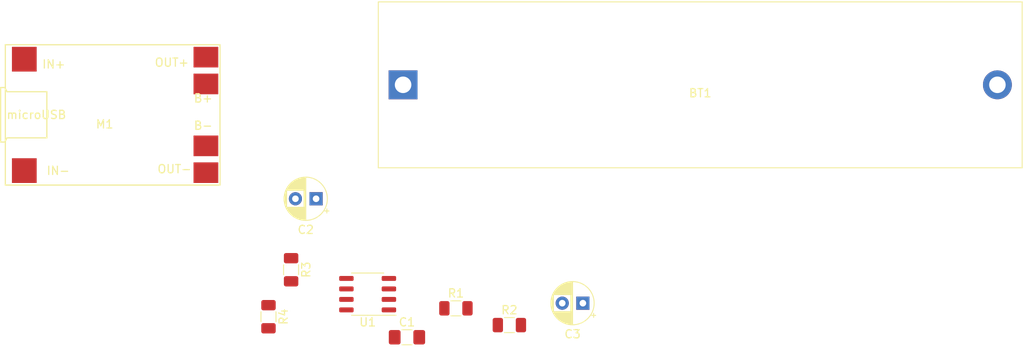
<source format=kicad_pcb>
(kicad_pcb (version 20171130) (host pcbnew 5.1.4-e60b266~84~ubuntu19.04.1)

  (general
    (thickness 1.6)
    (drawings 0)
    (tracks 0)
    (zones 0)
    (modules 10)
    (nets 9)
  )

  (page A4)
  (layers
    (0 F.Cu signal)
    (31 B.Cu signal)
    (32 B.Adhes user)
    (33 F.Adhes user)
    (34 B.Paste user)
    (35 F.Paste user)
    (36 B.SilkS user)
    (37 F.SilkS user)
    (38 B.Mask user)
    (39 F.Mask user)
    (40 Dwgs.User user)
    (41 Cmts.User user)
    (42 Eco1.User user)
    (43 Eco2.User user)
    (44 Edge.Cuts user)
    (45 Margin user)
    (46 B.CrtYd user)
    (47 F.CrtYd user)
    (48 B.Fab user)
    (49 F.Fab user)
  )

  (setup
    (last_trace_width 0.25)
    (trace_clearance 0.2)
    (zone_clearance 0.508)
    (zone_45_only no)
    (trace_min 0.2)
    (via_size 0.8)
    (via_drill 0.4)
    (via_min_size 0.4)
    (via_min_drill 0.3)
    (uvia_size 0.3)
    (uvia_drill 0.1)
    (uvias_allowed no)
    (uvia_min_size 0.2)
    (uvia_min_drill 0.1)
    (edge_width 0.05)
    (segment_width 0.2)
    (pcb_text_width 0.3)
    (pcb_text_size 1.5 1.5)
    (mod_edge_width 0.12)
    (mod_text_size 1 1)
    (mod_text_width 0.15)
    (pad_size 1.524 1.524)
    (pad_drill 0.762)
    (pad_to_mask_clearance 0.051)
    (solder_mask_min_width 0.25)
    (aux_axis_origin 0 0)
    (visible_elements FFFFFF7F)
    (pcbplotparams
      (layerselection 0x010fc_ffffffff)
      (usegerberextensions false)
      (usegerberattributes false)
      (usegerberadvancedattributes false)
      (creategerberjobfile false)
      (excludeedgelayer true)
      (linewidth 0.100000)
      (plotframeref false)
      (viasonmask false)
      (mode 1)
      (useauxorigin false)
      (hpglpennumber 1)
      (hpglpenspeed 20)
      (hpglpendiameter 15.000000)
      (psnegative false)
      (psa4output false)
      (plotreference true)
      (plotvalue true)
      (plotinvisibletext false)
      (padsonsilk false)
      (subtractmaskfromsilk false)
      (outputformat 1)
      (mirror false)
      (drillshape 1)
      (scaleselection 1)
      (outputdirectory ""))
  )

  (net 0 "")
  (net 1 "Net-(BT1-Pad1)")
  (net 2 "Net-(BT1-Pad2)")
  (net 3 "Net-(C1-Pad2)")
  (net 4 "Net-(C1-Pad1)")
  (net 5 "Net-(C2-Pad2)")
  (net 6 "Net-(C2-Pad1)")
  (net 7 "Net-(R1-Pad2)")
  (net 8 ADC)

  (net_class Default "This is the default net class."
    (clearance 0.2)
    (trace_width 0.25)
    (via_dia 0.8)
    (via_drill 0.4)
    (uvia_dia 0.3)
    (uvia_drill 0.1)
    (add_net ADC)
    (add_net "Net-(BT1-Pad1)")
    (add_net "Net-(BT1-Pad2)")
    (add_net "Net-(C1-Pad1)")
    (add_net "Net-(C1-Pad2)")
    (add_net "Net-(C2-Pad1)")
    (add_net "Net-(C2-Pad2)")
    (add_net "Net-(M1-Pad1)")
    (add_net "Net-(M1-Pad2)")
    (add_net "Net-(R1-Pad2)")
  )

  (module Package_SO:SO-8_3.9x4.9mm_P1.27mm (layer F.Cu) (tedit 5C509AD1) (tstamp 5D66DE3F)
    (at 57.6326 77.6478 180)
    (descr "SO, 8 Pin (https://www.nxp.com/docs/en/data-sheet/PCF8523.pdf), generated with kicad-footprint-generator ipc_gullwing_generator.py")
    (tags "SO SO")
    (path /5D66AE48)
    (attr smd)
    (fp_text reference U1 (at 0 -3.4) (layer F.SilkS)
      (effects (font (size 1 1) (thickness 0.15)))
    )
    (fp_text value LT1963 (at 0 3.4) (layer F.Fab)
      (effects (font (size 1 1) (thickness 0.15)))
    )
    (fp_text user %R (at 0 0) (layer F.Fab)
      (effects (font (size 0.98 0.98) (thickness 0.15)))
    )
    (fp_line (start 3.7 -2.7) (end -3.7 -2.7) (layer F.CrtYd) (width 0.05))
    (fp_line (start 3.7 2.7) (end 3.7 -2.7) (layer F.CrtYd) (width 0.05))
    (fp_line (start -3.7 2.7) (end 3.7 2.7) (layer F.CrtYd) (width 0.05))
    (fp_line (start -3.7 -2.7) (end -3.7 2.7) (layer F.CrtYd) (width 0.05))
    (fp_line (start -1.95 -1.475) (end -0.975 -2.45) (layer F.Fab) (width 0.1))
    (fp_line (start -1.95 2.45) (end -1.95 -1.475) (layer F.Fab) (width 0.1))
    (fp_line (start 1.95 2.45) (end -1.95 2.45) (layer F.Fab) (width 0.1))
    (fp_line (start 1.95 -2.45) (end 1.95 2.45) (layer F.Fab) (width 0.1))
    (fp_line (start -0.975 -2.45) (end 1.95 -2.45) (layer F.Fab) (width 0.1))
    (fp_line (start 0 -2.56) (end -3.45 -2.56) (layer F.SilkS) (width 0.12))
    (fp_line (start 0 -2.56) (end 1.95 -2.56) (layer F.SilkS) (width 0.12))
    (fp_line (start 0 2.56) (end -1.95 2.56) (layer F.SilkS) (width 0.12))
    (fp_line (start 0 2.56) (end 1.95 2.56) (layer F.SilkS) (width 0.12))
    (pad 8 smd roundrect (at 2.575 -1.905 180) (size 1.75 0.6) (layers F.Cu F.Paste F.Mask) (roundrect_rratio 0.25)
      (net 6 "Net-(C2-Pad1)"))
    (pad 7 smd roundrect (at 2.575 -0.635 180) (size 1.75 0.6) (layers F.Cu F.Paste F.Mask) (roundrect_rratio 0.25)
      (net 5 "Net-(C2-Pad2)"))
    (pad 6 smd roundrect (at 2.575 0.635 180) (size 1.75 0.6) (layers F.Cu F.Paste F.Mask) (roundrect_rratio 0.25)
      (net 5 "Net-(C2-Pad2)"))
    (pad 5 smd roundrect (at 2.575 1.905 180) (size 1.75 0.6) (layers F.Cu F.Paste F.Mask) (roundrect_rratio 0.25)
      (net 6 "Net-(C2-Pad1)"))
    (pad 4 smd roundrect (at -2.575 1.905 180) (size 1.75 0.6) (layers F.Cu F.Paste F.Mask) (roundrect_rratio 0.25)
      (net 5 "Net-(C2-Pad2)"))
    (pad 3 smd roundrect (at -2.575 0.635 180) (size 1.75 0.6) (layers F.Cu F.Paste F.Mask) (roundrect_rratio 0.25)
      (net 3 "Net-(C1-Pad2)"))
    (pad 2 smd roundrect (at -2.575 -0.635 180) (size 1.75 0.6) (layers F.Cu F.Paste F.Mask) (roundrect_rratio 0.25)
      (net 7 "Net-(R1-Pad2)"))
    (pad 1 smd roundrect (at -2.575 -1.905 180) (size 1.75 0.6) (layers F.Cu F.Paste F.Mask) (roundrect_rratio 0.25)
      (net 4 "Net-(C1-Pad1)"))
    (model ${KISYS3DMOD}/Package_SO.3dshapes/SO-8_3.9x4.9mm_P1.27mm.wrl
      (at (xyz 0 0 0))
      (scale (xyz 1 1 1))
      (rotate (xyz 0 0 0))
    )
  )

  (module Resistor_SMD:R_1206_3216Metric (layer F.Cu) (tedit 5B301BBD) (tstamp 5D66DE25)
    (at 45.6184 80.3813 270)
    (descr "Resistor SMD 1206 (3216 Metric), square (rectangular) end terminal, IPC_7351 nominal, (Body size source: http://www.tortai-tech.com/upload/download/2011102023233369053.pdf), generated with kicad-footprint-generator")
    (tags resistor)
    (path /5D68063C)
    (attr smd)
    (fp_text reference R4 (at 0 -1.82 90) (layer F.SilkS)
      (effects (font (size 1 1) (thickness 0.15)))
    )
    (fp_text value R (at 0 1.82 90) (layer F.Fab)
      (effects (font (size 1 1) (thickness 0.15)))
    )
    (fp_text user %R (at 0 0 90) (layer F.Fab)
      (effects (font (size 0.8 0.8) (thickness 0.12)))
    )
    (fp_line (start 2.28 1.12) (end -2.28 1.12) (layer F.CrtYd) (width 0.05))
    (fp_line (start 2.28 -1.12) (end 2.28 1.12) (layer F.CrtYd) (width 0.05))
    (fp_line (start -2.28 -1.12) (end 2.28 -1.12) (layer F.CrtYd) (width 0.05))
    (fp_line (start -2.28 1.12) (end -2.28 -1.12) (layer F.CrtYd) (width 0.05))
    (fp_line (start -0.602064 0.91) (end 0.602064 0.91) (layer F.SilkS) (width 0.12))
    (fp_line (start -0.602064 -0.91) (end 0.602064 -0.91) (layer F.SilkS) (width 0.12))
    (fp_line (start 1.6 0.8) (end -1.6 0.8) (layer F.Fab) (width 0.1))
    (fp_line (start 1.6 -0.8) (end 1.6 0.8) (layer F.Fab) (width 0.1))
    (fp_line (start -1.6 -0.8) (end 1.6 -0.8) (layer F.Fab) (width 0.1))
    (fp_line (start -1.6 0.8) (end -1.6 -0.8) (layer F.Fab) (width 0.1))
    (pad 2 smd roundrect (at 1.4 0 270) (size 1.25 1.75) (layers F.Cu F.Paste F.Mask) (roundrect_rratio 0.2)
      (net 5 "Net-(C2-Pad2)"))
    (pad 1 smd roundrect (at -1.4 0 270) (size 1.25 1.75) (layers F.Cu F.Paste F.Mask) (roundrect_rratio 0.2)
      (net 8 ADC))
    (model ${KISYS3DMOD}/Resistor_SMD.3dshapes/R_1206_3216Metric.wrl
      (at (xyz 0 0 0))
      (scale (xyz 1 1 1))
      (rotate (xyz 0 0 0))
    )
  )

  (module Resistor_SMD:R_1206_3216Metric (layer F.Cu) (tedit 5B301BBD) (tstamp 5D66DE14)
    (at 48.3586 74.6887 270)
    (descr "Resistor SMD 1206 (3216 Metric), square (rectangular) end terminal, IPC_7351 nominal, (Body size source: http://www.tortai-tech.com/upload/download/2011102023233369053.pdf), generated with kicad-footprint-generator")
    (tags resistor)
    (path /5D68000D)
    (attr smd)
    (fp_text reference R3 (at 0 -1.82 90) (layer F.SilkS)
      (effects (font (size 1 1) (thickness 0.15)))
    )
    (fp_text value R (at 0 1.82 90) (layer F.Fab)
      (effects (font (size 1 1) (thickness 0.15)))
    )
    (fp_text user %R (at 0 0 90) (layer F.Fab)
      (effects (font (size 0.8 0.8) (thickness 0.12)))
    )
    (fp_line (start 2.28 1.12) (end -2.28 1.12) (layer F.CrtYd) (width 0.05))
    (fp_line (start 2.28 -1.12) (end 2.28 1.12) (layer F.CrtYd) (width 0.05))
    (fp_line (start -2.28 -1.12) (end 2.28 -1.12) (layer F.CrtYd) (width 0.05))
    (fp_line (start -2.28 1.12) (end -2.28 -1.12) (layer F.CrtYd) (width 0.05))
    (fp_line (start -0.602064 0.91) (end 0.602064 0.91) (layer F.SilkS) (width 0.12))
    (fp_line (start -0.602064 -0.91) (end 0.602064 -0.91) (layer F.SilkS) (width 0.12))
    (fp_line (start 1.6 0.8) (end -1.6 0.8) (layer F.Fab) (width 0.1))
    (fp_line (start 1.6 -0.8) (end 1.6 0.8) (layer F.Fab) (width 0.1))
    (fp_line (start -1.6 -0.8) (end 1.6 -0.8) (layer F.Fab) (width 0.1))
    (fp_line (start -1.6 0.8) (end -1.6 -0.8) (layer F.Fab) (width 0.1))
    (pad 2 smd roundrect (at 1.4 0 270) (size 1.25 1.75) (layers F.Cu F.Paste F.Mask) (roundrect_rratio 0.2)
      (net 8 ADC))
    (pad 1 smd roundrect (at -1.4 0 270) (size 1.25 1.75) (layers F.Cu F.Paste F.Mask) (roundrect_rratio 0.2)
      (net 6 "Net-(C2-Pad1)"))
    (model ${KISYS3DMOD}/Resistor_SMD.3dshapes/R_1206_3216Metric.wrl
      (at (xyz 0 0 0))
      (scale (xyz 1 1 1))
      (rotate (xyz 0 0 0))
    )
  )

  (module Resistor_SMD:R_1206_3216Metric (layer F.Cu) (tedit 5B301BBD) (tstamp 5D66DE03)
    (at 74.803 81.3943)
    (descr "Resistor SMD 1206 (3216 Metric), square (rectangular) end terminal, IPC_7351 nominal, (Body size source: http://www.tortai-tech.com/upload/download/2011102023233369053.pdf), generated with kicad-footprint-generator")
    (tags resistor)
    (path /5D66DD1B)
    (attr smd)
    (fp_text reference R2 (at 0 -1.82) (layer F.SilkS)
      (effects (font (size 1 1) (thickness 0.15)))
    )
    (fp_text value 680k (at 0 1.82) (layer F.Fab)
      (effects (font (size 1 1) (thickness 0.15)))
    )
    (fp_text user %R (at 0 0) (layer F.Fab)
      (effects (font (size 0.8 0.8) (thickness 0.12)))
    )
    (fp_line (start 2.28 1.12) (end -2.28 1.12) (layer F.CrtYd) (width 0.05))
    (fp_line (start 2.28 -1.12) (end 2.28 1.12) (layer F.CrtYd) (width 0.05))
    (fp_line (start -2.28 -1.12) (end 2.28 -1.12) (layer F.CrtYd) (width 0.05))
    (fp_line (start -2.28 1.12) (end -2.28 -1.12) (layer F.CrtYd) (width 0.05))
    (fp_line (start -0.602064 0.91) (end 0.602064 0.91) (layer F.SilkS) (width 0.12))
    (fp_line (start -0.602064 -0.91) (end 0.602064 -0.91) (layer F.SilkS) (width 0.12))
    (fp_line (start 1.6 0.8) (end -1.6 0.8) (layer F.Fab) (width 0.1))
    (fp_line (start 1.6 -0.8) (end 1.6 0.8) (layer F.Fab) (width 0.1))
    (fp_line (start -1.6 -0.8) (end 1.6 -0.8) (layer F.Fab) (width 0.1))
    (fp_line (start -1.6 0.8) (end -1.6 -0.8) (layer F.Fab) (width 0.1))
    (pad 2 smd roundrect (at 1.4 0) (size 1.25 1.75) (layers F.Cu F.Paste F.Mask) (roundrect_rratio 0.2)
      (net 5 "Net-(C2-Pad2)"))
    (pad 1 smd roundrect (at -1.4 0) (size 1.25 1.75) (layers F.Cu F.Paste F.Mask) (roundrect_rratio 0.2)
      (net 7 "Net-(R1-Pad2)"))
    (model ${KISYS3DMOD}/Resistor_SMD.3dshapes/R_1206_3216Metric.wrl
      (at (xyz 0 0 0))
      (scale (xyz 1 1 1))
      (rotate (xyz 0 0 0))
    )
  )

  (module Resistor_SMD:R_1206_3216Metric (layer F.Cu) (tedit 5B301BBD) (tstamp 5D66DDF2)
    (at 68.326 79.3623)
    (descr "Resistor SMD 1206 (3216 Metric), square (rectangular) end terminal, IPC_7351 nominal, (Body size source: http://www.tortai-tech.com/upload/download/2011102023233369053.pdf), generated with kicad-footprint-generator")
    (tags resistor)
    (path /5D66D87C)
    (attr smd)
    (fp_text reference R1 (at 0 -1.82) (layer F.SilkS)
      (effects (font (size 1 1) (thickness 0.15)))
    )
    (fp_text value 1M (at 0 1.82) (layer F.Fab)
      (effects (font (size 1 1) (thickness 0.15)))
    )
    (fp_text user %R (at 0 0) (layer F.Fab)
      (effects (font (size 0.8 0.8) (thickness 0.12)))
    )
    (fp_line (start 2.28 1.12) (end -2.28 1.12) (layer F.CrtYd) (width 0.05))
    (fp_line (start 2.28 -1.12) (end 2.28 1.12) (layer F.CrtYd) (width 0.05))
    (fp_line (start -2.28 -1.12) (end 2.28 -1.12) (layer F.CrtYd) (width 0.05))
    (fp_line (start -2.28 1.12) (end -2.28 -1.12) (layer F.CrtYd) (width 0.05))
    (fp_line (start -0.602064 0.91) (end 0.602064 0.91) (layer F.SilkS) (width 0.12))
    (fp_line (start -0.602064 -0.91) (end 0.602064 -0.91) (layer F.SilkS) (width 0.12))
    (fp_line (start 1.6 0.8) (end -1.6 0.8) (layer F.Fab) (width 0.1))
    (fp_line (start 1.6 -0.8) (end 1.6 0.8) (layer F.Fab) (width 0.1))
    (fp_line (start -1.6 -0.8) (end 1.6 -0.8) (layer F.Fab) (width 0.1))
    (fp_line (start -1.6 0.8) (end -1.6 -0.8) (layer F.Fab) (width 0.1))
    (pad 2 smd roundrect (at 1.4 0) (size 1.25 1.75) (layers F.Cu F.Paste F.Mask) (roundrect_rratio 0.2)
      (net 7 "Net-(R1-Pad2)"))
    (pad 1 smd roundrect (at -1.4 0) (size 1.25 1.75) (layers F.Cu F.Paste F.Mask) (roundrect_rratio 0.2)
      (net 4 "Net-(C1-Pad1)"))
    (model ${KISYS3DMOD}/Resistor_SMD.3dshapes/R_1206_3216Metric.wrl
      (at (xyz 0 0 0))
      (scale (xyz 1 1 1))
      (rotate (xyz 0 0 0))
    )
  )

  (module footprints:TP4056_Module (layer F.Cu) (tedit 5D668BE0) (tstamp 5D66DDE1)
    (at 27.0383 55.9308)
    (path /5D68A11D)
    (fp_text reference M1 (at -1.266 1.13) (layer F.SilkS)
      (effects (font (size 1 1) (thickness 0.15)))
    )
    (fp_text value TP4056Module (at 0.66 -3.46) (layer F.Fab)
      (effects (font (size 1 1) (thickness 0.15)))
    )
    (fp_line (start -13.29 8.5) (end 12.7 8.5) (layer F.SilkS) (width 0.15))
    (fp_line (start -13.3 -8.5) (end 12.7 -8.5) (layer F.SilkS) (width 0.15))
    (fp_line (start -13.87 3.26) (end -13.87 -3.29) (layer F.SilkS) (width 0.15))
    (fp_text user microUSB (at -9.538 -0.014 180) (layer F.SilkS)
      (effects (font (size 1 1) (thickness 0.15)))
    )
    (fp_line (start -13.856 3.288) (end -13.348 3.288) (layer F.SilkS) (width 0.15))
    (fp_line (start -13.348 3.288) (end -13.094 2.78) (layer F.SilkS) (width 0.15))
    (fp_line (start -13.094 2.78) (end -12.84 2.78) (layer F.SilkS) (width 0.15))
    (fp_line (start -13.856 -3.316) (end -13.348 -3.316) (layer F.SilkS) (width 0.15))
    (fp_line (start -13.348 -3.316) (end -13.094 -2.808) (layer F.SilkS) (width 0.15))
    (fp_line (start -13.094 -2.808) (end -8.268 -2.808) (layer F.SilkS) (width 0.15))
    (fp_line (start -8.268 -2.808) (end -8.268 2.78) (layer F.SilkS) (width 0.15))
    (fp_line (start -8.268 2.78) (end -12.84 2.78) (layer F.SilkS) (width 0.15))
    (fp_text user B- (at 10.674 1.29) (layer F.SilkS)
      (effects (font (size 1 1) (thickness 0.15)))
    )
    (fp_text user B+ (at 10.674 -2.012) (layer F.SilkS)
      (effects (font (size 1 1) (thickness 0.15)))
    )
    (fp_text user OUT- (at 7.19 6.556) (layer F.SilkS)
      (effects (font (size 1 1) (thickness 0.15)))
    )
    (fp_text user OUT+ (at 6.87 -6.348) (layer F.SilkS)
      (effects (font (size 1 1) (thickness 0.15)))
    )
    (fp_text user IN- (at -6.9 6.76) (layer F.SilkS)
      (effects (font (size 1 1) (thickness 0.15)))
    )
    (fp_text user IN+ (at -7.43 -6.13) (layer F.SilkS)
      (effects (font (size 1 1) (thickness 0.15)))
    )
    (fp_line (start -13.296 8.5) (end -13.296 -8.5) (layer F.SilkS) (width 0.15))
    (fp_line (start 12.706 -8.5) (end 12.706 8.5) (layer F.SilkS) (width 0.15))
    (pad 1 smd rect (at -11 -6.75) (size 3 3) (layers F.Cu F.Paste F.Mask))
    (pad 2 smd rect (at -11 6.75) (size 3 3) (layers F.Cu F.Paste F.Mask))
    (pad 6 smd rect (at 11 7) (size 3 2.5) (layers F.Cu F.Paste F.Mask)
      (net 5 "Net-(C2-Pad2)"))
    (pad 5 smd rect (at 11 -7) (size 3 2.5) (layers F.Cu F.Paste F.Mask)
      (net 6 "Net-(C2-Pad1)"))
    (pad 3 smd rect (at 11 -3.75) (size 3 2.5) (layers F.Cu F.Paste F.Mask)
      (net 1 "Net-(BT1-Pad1)"))
    (pad 4 smd rect (at 11 3.75) (size 3 2.5) (layers F.Cu F.Paste F.Mask)
      (net 2 "Net-(BT1-Pad2)"))
  )

  (module Capacitor_THT:CP_Radial_D5.0mm_P2.50mm (layer F.Cu) (tedit 5AE50EF0) (tstamp 5D66DDC3)
    (at 83.7057 78.74 180)
    (descr "CP, Radial series, Radial, pin pitch=2.50mm, , diameter=5mm, Electrolytic Capacitor")
    (tags "CP Radial series Radial pin pitch 2.50mm  diameter 5mm Electrolytic Capacitor")
    (path /5D66F7C0)
    (fp_text reference C3 (at 1.25 -3.75) (layer F.SilkS)
      (effects (font (size 1 1) (thickness 0.15)))
    )
    (fp_text value 10u (at 1.25 3.75) (layer F.Fab)
      (effects (font (size 1 1) (thickness 0.15)))
    )
    (fp_text user %R (at 1.25 0) (layer F.Fab)
      (effects (font (size 1 1) (thickness 0.15)))
    )
    (fp_line (start -1.304775 -1.725) (end -1.304775 -1.225) (layer F.SilkS) (width 0.12))
    (fp_line (start -1.554775 -1.475) (end -1.054775 -1.475) (layer F.SilkS) (width 0.12))
    (fp_line (start 3.851 -0.284) (end 3.851 0.284) (layer F.SilkS) (width 0.12))
    (fp_line (start 3.811 -0.518) (end 3.811 0.518) (layer F.SilkS) (width 0.12))
    (fp_line (start 3.771 -0.677) (end 3.771 0.677) (layer F.SilkS) (width 0.12))
    (fp_line (start 3.731 -0.805) (end 3.731 0.805) (layer F.SilkS) (width 0.12))
    (fp_line (start 3.691 -0.915) (end 3.691 0.915) (layer F.SilkS) (width 0.12))
    (fp_line (start 3.651 -1.011) (end 3.651 1.011) (layer F.SilkS) (width 0.12))
    (fp_line (start 3.611 -1.098) (end 3.611 1.098) (layer F.SilkS) (width 0.12))
    (fp_line (start 3.571 -1.178) (end 3.571 1.178) (layer F.SilkS) (width 0.12))
    (fp_line (start 3.531 1.04) (end 3.531 1.251) (layer F.SilkS) (width 0.12))
    (fp_line (start 3.531 -1.251) (end 3.531 -1.04) (layer F.SilkS) (width 0.12))
    (fp_line (start 3.491 1.04) (end 3.491 1.319) (layer F.SilkS) (width 0.12))
    (fp_line (start 3.491 -1.319) (end 3.491 -1.04) (layer F.SilkS) (width 0.12))
    (fp_line (start 3.451 1.04) (end 3.451 1.383) (layer F.SilkS) (width 0.12))
    (fp_line (start 3.451 -1.383) (end 3.451 -1.04) (layer F.SilkS) (width 0.12))
    (fp_line (start 3.411 1.04) (end 3.411 1.443) (layer F.SilkS) (width 0.12))
    (fp_line (start 3.411 -1.443) (end 3.411 -1.04) (layer F.SilkS) (width 0.12))
    (fp_line (start 3.371 1.04) (end 3.371 1.5) (layer F.SilkS) (width 0.12))
    (fp_line (start 3.371 -1.5) (end 3.371 -1.04) (layer F.SilkS) (width 0.12))
    (fp_line (start 3.331 1.04) (end 3.331 1.554) (layer F.SilkS) (width 0.12))
    (fp_line (start 3.331 -1.554) (end 3.331 -1.04) (layer F.SilkS) (width 0.12))
    (fp_line (start 3.291 1.04) (end 3.291 1.605) (layer F.SilkS) (width 0.12))
    (fp_line (start 3.291 -1.605) (end 3.291 -1.04) (layer F.SilkS) (width 0.12))
    (fp_line (start 3.251 1.04) (end 3.251 1.653) (layer F.SilkS) (width 0.12))
    (fp_line (start 3.251 -1.653) (end 3.251 -1.04) (layer F.SilkS) (width 0.12))
    (fp_line (start 3.211 1.04) (end 3.211 1.699) (layer F.SilkS) (width 0.12))
    (fp_line (start 3.211 -1.699) (end 3.211 -1.04) (layer F.SilkS) (width 0.12))
    (fp_line (start 3.171 1.04) (end 3.171 1.743) (layer F.SilkS) (width 0.12))
    (fp_line (start 3.171 -1.743) (end 3.171 -1.04) (layer F.SilkS) (width 0.12))
    (fp_line (start 3.131 1.04) (end 3.131 1.785) (layer F.SilkS) (width 0.12))
    (fp_line (start 3.131 -1.785) (end 3.131 -1.04) (layer F.SilkS) (width 0.12))
    (fp_line (start 3.091 1.04) (end 3.091 1.826) (layer F.SilkS) (width 0.12))
    (fp_line (start 3.091 -1.826) (end 3.091 -1.04) (layer F.SilkS) (width 0.12))
    (fp_line (start 3.051 1.04) (end 3.051 1.864) (layer F.SilkS) (width 0.12))
    (fp_line (start 3.051 -1.864) (end 3.051 -1.04) (layer F.SilkS) (width 0.12))
    (fp_line (start 3.011 1.04) (end 3.011 1.901) (layer F.SilkS) (width 0.12))
    (fp_line (start 3.011 -1.901) (end 3.011 -1.04) (layer F.SilkS) (width 0.12))
    (fp_line (start 2.971 1.04) (end 2.971 1.937) (layer F.SilkS) (width 0.12))
    (fp_line (start 2.971 -1.937) (end 2.971 -1.04) (layer F.SilkS) (width 0.12))
    (fp_line (start 2.931 1.04) (end 2.931 1.971) (layer F.SilkS) (width 0.12))
    (fp_line (start 2.931 -1.971) (end 2.931 -1.04) (layer F.SilkS) (width 0.12))
    (fp_line (start 2.891 1.04) (end 2.891 2.004) (layer F.SilkS) (width 0.12))
    (fp_line (start 2.891 -2.004) (end 2.891 -1.04) (layer F.SilkS) (width 0.12))
    (fp_line (start 2.851 1.04) (end 2.851 2.035) (layer F.SilkS) (width 0.12))
    (fp_line (start 2.851 -2.035) (end 2.851 -1.04) (layer F.SilkS) (width 0.12))
    (fp_line (start 2.811 1.04) (end 2.811 2.065) (layer F.SilkS) (width 0.12))
    (fp_line (start 2.811 -2.065) (end 2.811 -1.04) (layer F.SilkS) (width 0.12))
    (fp_line (start 2.771 1.04) (end 2.771 2.095) (layer F.SilkS) (width 0.12))
    (fp_line (start 2.771 -2.095) (end 2.771 -1.04) (layer F.SilkS) (width 0.12))
    (fp_line (start 2.731 1.04) (end 2.731 2.122) (layer F.SilkS) (width 0.12))
    (fp_line (start 2.731 -2.122) (end 2.731 -1.04) (layer F.SilkS) (width 0.12))
    (fp_line (start 2.691 1.04) (end 2.691 2.149) (layer F.SilkS) (width 0.12))
    (fp_line (start 2.691 -2.149) (end 2.691 -1.04) (layer F.SilkS) (width 0.12))
    (fp_line (start 2.651 1.04) (end 2.651 2.175) (layer F.SilkS) (width 0.12))
    (fp_line (start 2.651 -2.175) (end 2.651 -1.04) (layer F.SilkS) (width 0.12))
    (fp_line (start 2.611 1.04) (end 2.611 2.2) (layer F.SilkS) (width 0.12))
    (fp_line (start 2.611 -2.2) (end 2.611 -1.04) (layer F.SilkS) (width 0.12))
    (fp_line (start 2.571 1.04) (end 2.571 2.224) (layer F.SilkS) (width 0.12))
    (fp_line (start 2.571 -2.224) (end 2.571 -1.04) (layer F.SilkS) (width 0.12))
    (fp_line (start 2.531 1.04) (end 2.531 2.247) (layer F.SilkS) (width 0.12))
    (fp_line (start 2.531 -2.247) (end 2.531 -1.04) (layer F.SilkS) (width 0.12))
    (fp_line (start 2.491 1.04) (end 2.491 2.268) (layer F.SilkS) (width 0.12))
    (fp_line (start 2.491 -2.268) (end 2.491 -1.04) (layer F.SilkS) (width 0.12))
    (fp_line (start 2.451 1.04) (end 2.451 2.29) (layer F.SilkS) (width 0.12))
    (fp_line (start 2.451 -2.29) (end 2.451 -1.04) (layer F.SilkS) (width 0.12))
    (fp_line (start 2.411 1.04) (end 2.411 2.31) (layer F.SilkS) (width 0.12))
    (fp_line (start 2.411 -2.31) (end 2.411 -1.04) (layer F.SilkS) (width 0.12))
    (fp_line (start 2.371 1.04) (end 2.371 2.329) (layer F.SilkS) (width 0.12))
    (fp_line (start 2.371 -2.329) (end 2.371 -1.04) (layer F.SilkS) (width 0.12))
    (fp_line (start 2.331 1.04) (end 2.331 2.348) (layer F.SilkS) (width 0.12))
    (fp_line (start 2.331 -2.348) (end 2.331 -1.04) (layer F.SilkS) (width 0.12))
    (fp_line (start 2.291 1.04) (end 2.291 2.365) (layer F.SilkS) (width 0.12))
    (fp_line (start 2.291 -2.365) (end 2.291 -1.04) (layer F.SilkS) (width 0.12))
    (fp_line (start 2.251 1.04) (end 2.251 2.382) (layer F.SilkS) (width 0.12))
    (fp_line (start 2.251 -2.382) (end 2.251 -1.04) (layer F.SilkS) (width 0.12))
    (fp_line (start 2.211 1.04) (end 2.211 2.398) (layer F.SilkS) (width 0.12))
    (fp_line (start 2.211 -2.398) (end 2.211 -1.04) (layer F.SilkS) (width 0.12))
    (fp_line (start 2.171 1.04) (end 2.171 2.414) (layer F.SilkS) (width 0.12))
    (fp_line (start 2.171 -2.414) (end 2.171 -1.04) (layer F.SilkS) (width 0.12))
    (fp_line (start 2.131 1.04) (end 2.131 2.428) (layer F.SilkS) (width 0.12))
    (fp_line (start 2.131 -2.428) (end 2.131 -1.04) (layer F.SilkS) (width 0.12))
    (fp_line (start 2.091 1.04) (end 2.091 2.442) (layer F.SilkS) (width 0.12))
    (fp_line (start 2.091 -2.442) (end 2.091 -1.04) (layer F.SilkS) (width 0.12))
    (fp_line (start 2.051 1.04) (end 2.051 2.455) (layer F.SilkS) (width 0.12))
    (fp_line (start 2.051 -2.455) (end 2.051 -1.04) (layer F.SilkS) (width 0.12))
    (fp_line (start 2.011 1.04) (end 2.011 2.468) (layer F.SilkS) (width 0.12))
    (fp_line (start 2.011 -2.468) (end 2.011 -1.04) (layer F.SilkS) (width 0.12))
    (fp_line (start 1.971 1.04) (end 1.971 2.48) (layer F.SilkS) (width 0.12))
    (fp_line (start 1.971 -2.48) (end 1.971 -1.04) (layer F.SilkS) (width 0.12))
    (fp_line (start 1.93 1.04) (end 1.93 2.491) (layer F.SilkS) (width 0.12))
    (fp_line (start 1.93 -2.491) (end 1.93 -1.04) (layer F.SilkS) (width 0.12))
    (fp_line (start 1.89 1.04) (end 1.89 2.501) (layer F.SilkS) (width 0.12))
    (fp_line (start 1.89 -2.501) (end 1.89 -1.04) (layer F.SilkS) (width 0.12))
    (fp_line (start 1.85 1.04) (end 1.85 2.511) (layer F.SilkS) (width 0.12))
    (fp_line (start 1.85 -2.511) (end 1.85 -1.04) (layer F.SilkS) (width 0.12))
    (fp_line (start 1.81 1.04) (end 1.81 2.52) (layer F.SilkS) (width 0.12))
    (fp_line (start 1.81 -2.52) (end 1.81 -1.04) (layer F.SilkS) (width 0.12))
    (fp_line (start 1.77 1.04) (end 1.77 2.528) (layer F.SilkS) (width 0.12))
    (fp_line (start 1.77 -2.528) (end 1.77 -1.04) (layer F.SilkS) (width 0.12))
    (fp_line (start 1.73 1.04) (end 1.73 2.536) (layer F.SilkS) (width 0.12))
    (fp_line (start 1.73 -2.536) (end 1.73 -1.04) (layer F.SilkS) (width 0.12))
    (fp_line (start 1.69 1.04) (end 1.69 2.543) (layer F.SilkS) (width 0.12))
    (fp_line (start 1.69 -2.543) (end 1.69 -1.04) (layer F.SilkS) (width 0.12))
    (fp_line (start 1.65 1.04) (end 1.65 2.55) (layer F.SilkS) (width 0.12))
    (fp_line (start 1.65 -2.55) (end 1.65 -1.04) (layer F.SilkS) (width 0.12))
    (fp_line (start 1.61 1.04) (end 1.61 2.556) (layer F.SilkS) (width 0.12))
    (fp_line (start 1.61 -2.556) (end 1.61 -1.04) (layer F.SilkS) (width 0.12))
    (fp_line (start 1.57 1.04) (end 1.57 2.561) (layer F.SilkS) (width 0.12))
    (fp_line (start 1.57 -2.561) (end 1.57 -1.04) (layer F.SilkS) (width 0.12))
    (fp_line (start 1.53 1.04) (end 1.53 2.565) (layer F.SilkS) (width 0.12))
    (fp_line (start 1.53 -2.565) (end 1.53 -1.04) (layer F.SilkS) (width 0.12))
    (fp_line (start 1.49 1.04) (end 1.49 2.569) (layer F.SilkS) (width 0.12))
    (fp_line (start 1.49 -2.569) (end 1.49 -1.04) (layer F.SilkS) (width 0.12))
    (fp_line (start 1.45 -2.573) (end 1.45 2.573) (layer F.SilkS) (width 0.12))
    (fp_line (start 1.41 -2.576) (end 1.41 2.576) (layer F.SilkS) (width 0.12))
    (fp_line (start 1.37 -2.578) (end 1.37 2.578) (layer F.SilkS) (width 0.12))
    (fp_line (start 1.33 -2.579) (end 1.33 2.579) (layer F.SilkS) (width 0.12))
    (fp_line (start 1.29 -2.58) (end 1.29 2.58) (layer F.SilkS) (width 0.12))
    (fp_line (start 1.25 -2.58) (end 1.25 2.58) (layer F.SilkS) (width 0.12))
    (fp_line (start -0.633605 -1.3375) (end -0.633605 -0.8375) (layer F.Fab) (width 0.1))
    (fp_line (start -0.883605 -1.0875) (end -0.383605 -1.0875) (layer F.Fab) (width 0.1))
    (fp_circle (center 1.25 0) (end 4 0) (layer F.CrtYd) (width 0.05))
    (fp_circle (center 1.25 0) (end 3.87 0) (layer F.SilkS) (width 0.12))
    (fp_circle (center 1.25 0) (end 3.75 0) (layer F.Fab) (width 0.1))
    (pad 2 thru_hole circle (at 2.5 0 180) (size 1.6 1.6) (drill 0.8) (layers *.Cu *.Mask)
      (net 5 "Net-(C2-Pad2)"))
    (pad 1 thru_hole rect (at 0 0 180) (size 1.6 1.6) (drill 0.8) (layers *.Cu *.Mask)
      (net 4 "Net-(C1-Pad1)"))
    (model ${KISYS3DMOD}/Capacitor_THT.3dshapes/CP_Radial_D5.0mm_P2.50mm.wrl
      (at (xyz 0 0 0))
      (scale (xyz 1 1 1))
      (rotate (xyz 0 0 0))
    )
  )

  (module Capacitor_THT:CP_Radial_D5.0mm_P2.50mm (layer F.Cu) (tedit 5AE50EF0) (tstamp 5D66DD3F)
    (at 51.3842 66.0908 180)
    (descr "CP, Radial series, Radial, pin pitch=2.50mm, , diameter=5mm, Electrolytic Capacitor")
    (tags "CP Radial series Radial pin pitch 2.50mm  diameter 5mm Electrolytic Capacitor")
    (path /5D66CA68)
    (fp_text reference C2 (at 1.25 -3.75) (layer F.SilkS)
      (effects (font (size 1 1) (thickness 0.15)))
    )
    (fp_text value 10u (at 1.25 3.75) (layer F.Fab)
      (effects (font (size 1 1) (thickness 0.15)))
    )
    (fp_text user %R (at 1.25 0) (layer F.Fab)
      (effects (font (size 1 1) (thickness 0.15)))
    )
    (fp_line (start -1.304775 -1.725) (end -1.304775 -1.225) (layer F.SilkS) (width 0.12))
    (fp_line (start -1.554775 -1.475) (end -1.054775 -1.475) (layer F.SilkS) (width 0.12))
    (fp_line (start 3.851 -0.284) (end 3.851 0.284) (layer F.SilkS) (width 0.12))
    (fp_line (start 3.811 -0.518) (end 3.811 0.518) (layer F.SilkS) (width 0.12))
    (fp_line (start 3.771 -0.677) (end 3.771 0.677) (layer F.SilkS) (width 0.12))
    (fp_line (start 3.731 -0.805) (end 3.731 0.805) (layer F.SilkS) (width 0.12))
    (fp_line (start 3.691 -0.915) (end 3.691 0.915) (layer F.SilkS) (width 0.12))
    (fp_line (start 3.651 -1.011) (end 3.651 1.011) (layer F.SilkS) (width 0.12))
    (fp_line (start 3.611 -1.098) (end 3.611 1.098) (layer F.SilkS) (width 0.12))
    (fp_line (start 3.571 -1.178) (end 3.571 1.178) (layer F.SilkS) (width 0.12))
    (fp_line (start 3.531 1.04) (end 3.531 1.251) (layer F.SilkS) (width 0.12))
    (fp_line (start 3.531 -1.251) (end 3.531 -1.04) (layer F.SilkS) (width 0.12))
    (fp_line (start 3.491 1.04) (end 3.491 1.319) (layer F.SilkS) (width 0.12))
    (fp_line (start 3.491 -1.319) (end 3.491 -1.04) (layer F.SilkS) (width 0.12))
    (fp_line (start 3.451 1.04) (end 3.451 1.383) (layer F.SilkS) (width 0.12))
    (fp_line (start 3.451 -1.383) (end 3.451 -1.04) (layer F.SilkS) (width 0.12))
    (fp_line (start 3.411 1.04) (end 3.411 1.443) (layer F.SilkS) (width 0.12))
    (fp_line (start 3.411 -1.443) (end 3.411 -1.04) (layer F.SilkS) (width 0.12))
    (fp_line (start 3.371 1.04) (end 3.371 1.5) (layer F.SilkS) (width 0.12))
    (fp_line (start 3.371 -1.5) (end 3.371 -1.04) (layer F.SilkS) (width 0.12))
    (fp_line (start 3.331 1.04) (end 3.331 1.554) (layer F.SilkS) (width 0.12))
    (fp_line (start 3.331 -1.554) (end 3.331 -1.04) (layer F.SilkS) (width 0.12))
    (fp_line (start 3.291 1.04) (end 3.291 1.605) (layer F.SilkS) (width 0.12))
    (fp_line (start 3.291 -1.605) (end 3.291 -1.04) (layer F.SilkS) (width 0.12))
    (fp_line (start 3.251 1.04) (end 3.251 1.653) (layer F.SilkS) (width 0.12))
    (fp_line (start 3.251 -1.653) (end 3.251 -1.04) (layer F.SilkS) (width 0.12))
    (fp_line (start 3.211 1.04) (end 3.211 1.699) (layer F.SilkS) (width 0.12))
    (fp_line (start 3.211 -1.699) (end 3.211 -1.04) (layer F.SilkS) (width 0.12))
    (fp_line (start 3.171 1.04) (end 3.171 1.743) (layer F.SilkS) (width 0.12))
    (fp_line (start 3.171 -1.743) (end 3.171 -1.04) (layer F.SilkS) (width 0.12))
    (fp_line (start 3.131 1.04) (end 3.131 1.785) (layer F.SilkS) (width 0.12))
    (fp_line (start 3.131 -1.785) (end 3.131 -1.04) (layer F.SilkS) (width 0.12))
    (fp_line (start 3.091 1.04) (end 3.091 1.826) (layer F.SilkS) (width 0.12))
    (fp_line (start 3.091 -1.826) (end 3.091 -1.04) (layer F.SilkS) (width 0.12))
    (fp_line (start 3.051 1.04) (end 3.051 1.864) (layer F.SilkS) (width 0.12))
    (fp_line (start 3.051 -1.864) (end 3.051 -1.04) (layer F.SilkS) (width 0.12))
    (fp_line (start 3.011 1.04) (end 3.011 1.901) (layer F.SilkS) (width 0.12))
    (fp_line (start 3.011 -1.901) (end 3.011 -1.04) (layer F.SilkS) (width 0.12))
    (fp_line (start 2.971 1.04) (end 2.971 1.937) (layer F.SilkS) (width 0.12))
    (fp_line (start 2.971 -1.937) (end 2.971 -1.04) (layer F.SilkS) (width 0.12))
    (fp_line (start 2.931 1.04) (end 2.931 1.971) (layer F.SilkS) (width 0.12))
    (fp_line (start 2.931 -1.971) (end 2.931 -1.04) (layer F.SilkS) (width 0.12))
    (fp_line (start 2.891 1.04) (end 2.891 2.004) (layer F.SilkS) (width 0.12))
    (fp_line (start 2.891 -2.004) (end 2.891 -1.04) (layer F.SilkS) (width 0.12))
    (fp_line (start 2.851 1.04) (end 2.851 2.035) (layer F.SilkS) (width 0.12))
    (fp_line (start 2.851 -2.035) (end 2.851 -1.04) (layer F.SilkS) (width 0.12))
    (fp_line (start 2.811 1.04) (end 2.811 2.065) (layer F.SilkS) (width 0.12))
    (fp_line (start 2.811 -2.065) (end 2.811 -1.04) (layer F.SilkS) (width 0.12))
    (fp_line (start 2.771 1.04) (end 2.771 2.095) (layer F.SilkS) (width 0.12))
    (fp_line (start 2.771 -2.095) (end 2.771 -1.04) (layer F.SilkS) (width 0.12))
    (fp_line (start 2.731 1.04) (end 2.731 2.122) (layer F.SilkS) (width 0.12))
    (fp_line (start 2.731 -2.122) (end 2.731 -1.04) (layer F.SilkS) (width 0.12))
    (fp_line (start 2.691 1.04) (end 2.691 2.149) (layer F.SilkS) (width 0.12))
    (fp_line (start 2.691 -2.149) (end 2.691 -1.04) (layer F.SilkS) (width 0.12))
    (fp_line (start 2.651 1.04) (end 2.651 2.175) (layer F.SilkS) (width 0.12))
    (fp_line (start 2.651 -2.175) (end 2.651 -1.04) (layer F.SilkS) (width 0.12))
    (fp_line (start 2.611 1.04) (end 2.611 2.2) (layer F.SilkS) (width 0.12))
    (fp_line (start 2.611 -2.2) (end 2.611 -1.04) (layer F.SilkS) (width 0.12))
    (fp_line (start 2.571 1.04) (end 2.571 2.224) (layer F.SilkS) (width 0.12))
    (fp_line (start 2.571 -2.224) (end 2.571 -1.04) (layer F.SilkS) (width 0.12))
    (fp_line (start 2.531 1.04) (end 2.531 2.247) (layer F.SilkS) (width 0.12))
    (fp_line (start 2.531 -2.247) (end 2.531 -1.04) (layer F.SilkS) (width 0.12))
    (fp_line (start 2.491 1.04) (end 2.491 2.268) (layer F.SilkS) (width 0.12))
    (fp_line (start 2.491 -2.268) (end 2.491 -1.04) (layer F.SilkS) (width 0.12))
    (fp_line (start 2.451 1.04) (end 2.451 2.29) (layer F.SilkS) (width 0.12))
    (fp_line (start 2.451 -2.29) (end 2.451 -1.04) (layer F.SilkS) (width 0.12))
    (fp_line (start 2.411 1.04) (end 2.411 2.31) (layer F.SilkS) (width 0.12))
    (fp_line (start 2.411 -2.31) (end 2.411 -1.04) (layer F.SilkS) (width 0.12))
    (fp_line (start 2.371 1.04) (end 2.371 2.329) (layer F.SilkS) (width 0.12))
    (fp_line (start 2.371 -2.329) (end 2.371 -1.04) (layer F.SilkS) (width 0.12))
    (fp_line (start 2.331 1.04) (end 2.331 2.348) (layer F.SilkS) (width 0.12))
    (fp_line (start 2.331 -2.348) (end 2.331 -1.04) (layer F.SilkS) (width 0.12))
    (fp_line (start 2.291 1.04) (end 2.291 2.365) (layer F.SilkS) (width 0.12))
    (fp_line (start 2.291 -2.365) (end 2.291 -1.04) (layer F.SilkS) (width 0.12))
    (fp_line (start 2.251 1.04) (end 2.251 2.382) (layer F.SilkS) (width 0.12))
    (fp_line (start 2.251 -2.382) (end 2.251 -1.04) (layer F.SilkS) (width 0.12))
    (fp_line (start 2.211 1.04) (end 2.211 2.398) (layer F.SilkS) (width 0.12))
    (fp_line (start 2.211 -2.398) (end 2.211 -1.04) (layer F.SilkS) (width 0.12))
    (fp_line (start 2.171 1.04) (end 2.171 2.414) (layer F.SilkS) (width 0.12))
    (fp_line (start 2.171 -2.414) (end 2.171 -1.04) (layer F.SilkS) (width 0.12))
    (fp_line (start 2.131 1.04) (end 2.131 2.428) (layer F.SilkS) (width 0.12))
    (fp_line (start 2.131 -2.428) (end 2.131 -1.04) (layer F.SilkS) (width 0.12))
    (fp_line (start 2.091 1.04) (end 2.091 2.442) (layer F.SilkS) (width 0.12))
    (fp_line (start 2.091 -2.442) (end 2.091 -1.04) (layer F.SilkS) (width 0.12))
    (fp_line (start 2.051 1.04) (end 2.051 2.455) (layer F.SilkS) (width 0.12))
    (fp_line (start 2.051 -2.455) (end 2.051 -1.04) (layer F.SilkS) (width 0.12))
    (fp_line (start 2.011 1.04) (end 2.011 2.468) (layer F.SilkS) (width 0.12))
    (fp_line (start 2.011 -2.468) (end 2.011 -1.04) (layer F.SilkS) (width 0.12))
    (fp_line (start 1.971 1.04) (end 1.971 2.48) (layer F.SilkS) (width 0.12))
    (fp_line (start 1.971 -2.48) (end 1.971 -1.04) (layer F.SilkS) (width 0.12))
    (fp_line (start 1.93 1.04) (end 1.93 2.491) (layer F.SilkS) (width 0.12))
    (fp_line (start 1.93 -2.491) (end 1.93 -1.04) (layer F.SilkS) (width 0.12))
    (fp_line (start 1.89 1.04) (end 1.89 2.501) (layer F.SilkS) (width 0.12))
    (fp_line (start 1.89 -2.501) (end 1.89 -1.04) (layer F.SilkS) (width 0.12))
    (fp_line (start 1.85 1.04) (end 1.85 2.511) (layer F.SilkS) (width 0.12))
    (fp_line (start 1.85 -2.511) (end 1.85 -1.04) (layer F.SilkS) (width 0.12))
    (fp_line (start 1.81 1.04) (end 1.81 2.52) (layer F.SilkS) (width 0.12))
    (fp_line (start 1.81 -2.52) (end 1.81 -1.04) (layer F.SilkS) (width 0.12))
    (fp_line (start 1.77 1.04) (end 1.77 2.528) (layer F.SilkS) (width 0.12))
    (fp_line (start 1.77 -2.528) (end 1.77 -1.04) (layer F.SilkS) (width 0.12))
    (fp_line (start 1.73 1.04) (end 1.73 2.536) (layer F.SilkS) (width 0.12))
    (fp_line (start 1.73 -2.536) (end 1.73 -1.04) (layer F.SilkS) (width 0.12))
    (fp_line (start 1.69 1.04) (end 1.69 2.543) (layer F.SilkS) (width 0.12))
    (fp_line (start 1.69 -2.543) (end 1.69 -1.04) (layer F.SilkS) (width 0.12))
    (fp_line (start 1.65 1.04) (end 1.65 2.55) (layer F.SilkS) (width 0.12))
    (fp_line (start 1.65 -2.55) (end 1.65 -1.04) (layer F.SilkS) (width 0.12))
    (fp_line (start 1.61 1.04) (end 1.61 2.556) (layer F.SilkS) (width 0.12))
    (fp_line (start 1.61 -2.556) (end 1.61 -1.04) (layer F.SilkS) (width 0.12))
    (fp_line (start 1.57 1.04) (end 1.57 2.561) (layer F.SilkS) (width 0.12))
    (fp_line (start 1.57 -2.561) (end 1.57 -1.04) (layer F.SilkS) (width 0.12))
    (fp_line (start 1.53 1.04) (end 1.53 2.565) (layer F.SilkS) (width 0.12))
    (fp_line (start 1.53 -2.565) (end 1.53 -1.04) (layer F.SilkS) (width 0.12))
    (fp_line (start 1.49 1.04) (end 1.49 2.569) (layer F.SilkS) (width 0.12))
    (fp_line (start 1.49 -2.569) (end 1.49 -1.04) (layer F.SilkS) (width 0.12))
    (fp_line (start 1.45 -2.573) (end 1.45 2.573) (layer F.SilkS) (width 0.12))
    (fp_line (start 1.41 -2.576) (end 1.41 2.576) (layer F.SilkS) (width 0.12))
    (fp_line (start 1.37 -2.578) (end 1.37 2.578) (layer F.SilkS) (width 0.12))
    (fp_line (start 1.33 -2.579) (end 1.33 2.579) (layer F.SilkS) (width 0.12))
    (fp_line (start 1.29 -2.58) (end 1.29 2.58) (layer F.SilkS) (width 0.12))
    (fp_line (start 1.25 -2.58) (end 1.25 2.58) (layer F.SilkS) (width 0.12))
    (fp_line (start -0.633605 -1.3375) (end -0.633605 -0.8375) (layer F.Fab) (width 0.1))
    (fp_line (start -0.883605 -1.0875) (end -0.383605 -1.0875) (layer F.Fab) (width 0.1))
    (fp_circle (center 1.25 0) (end 4 0) (layer F.CrtYd) (width 0.05))
    (fp_circle (center 1.25 0) (end 3.87 0) (layer F.SilkS) (width 0.12))
    (fp_circle (center 1.25 0) (end 3.75 0) (layer F.Fab) (width 0.1))
    (pad 2 thru_hole circle (at 2.5 0 180) (size 1.6 1.6) (drill 0.8) (layers *.Cu *.Mask)
      (net 5 "Net-(C2-Pad2)"))
    (pad 1 thru_hole rect (at 0 0 180) (size 1.6 1.6) (drill 0.8) (layers *.Cu *.Mask)
      (net 6 "Net-(C2-Pad1)"))
    (model ${KISYS3DMOD}/Capacitor_THT.3dshapes/CP_Radial_D5.0mm_P2.50mm.wrl
      (at (xyz 0 0 0))
      (scale (xyz 1 1 1))
      (rotate (xyz 0 0 0))
    )
  )

  (module Capacitor_SMD:C_1206_3216Metric_Pad1.42x1.75mm_HandSolder (layer F.Cu) (tedit 5B301BBE) (tstamp 5D66DCBB)
    (at 62.3951 82.8675)
    (descr "Capacitor SMD 1206 (3216 Metric), square (rectangular) end terminal, IPC_7351 nominal with elongated pad for handsoldering. (Body size source: http://www.tortai-tech.com/upload/download/2011102023233369053.pdf), generated with kicad-footprint-generator")
    (tags "capacitor handsolder")
    (path /5D66BDA0)
    (attr smd)
    (fp_text reference C1 (at 0 -1.82) (layer F.SilkS)
      (effects (font (size 1 1) (thickness 0.15)))
    )
    (fp_text value 0.01u (at 0 1.82) (layer F.Fab)
      (effects (font (size 1 1) (thickness 0.15)))
    )
    (fp_text user %R (at 0 0) (layer F.Fab)
      (effects (font (size 0.8 0.8) (thickness 0.12)))
    )
    (fp_line (start 2.45 1.12) (end -2.45 1.12) (layer F.CrtYd) (width 0.05))
    (fp_line (start 2.45 -1.12) (end 2.45 1.12) (layer F.CrtYd) (width 0.05))
    (fp_line (start -2.45 -1.12) (end 2.45 -1.12) (layer F.CrtYd) (width 0.05))
    (fp_line (start -2.45 1.12) (end -2.45 -1.12) (layer F.CrtYd) (width 0.05))
    (fp_line (start -0.602064 0.91) (end 0.602064 0.91) (layer F.SilkS) (width 0.12))
    (fp_line (start -0.602064 -0.91) (end 0.602064 -0.91) (layer F.SilkS) (width 0.12))
    (fp_line (start 1.6 0.8) (end -1.6 0.8) (layer F.Fab) (width 0.1))
    (fp_line (start 1.6 -0.8) (end 1.6 0.8) (layer F.Fab) (width 0.1))
    (fp_line (start -1.6 -0.8) (end 1.6 -0.8) (layer F.Fab) (width 0.1))
    (fp_line (start -1.6 0.8) (end -1.6 -0.8) (layer F.Fab) (width 0.1))
    (pad 2 smd roundrect (at 1.4875 0) (size 1.425 1.75) (layers F.Cu F.Paste F.Mask) (roundrect_rratio 0.175439)
      (net 3 "Net-(C1-Pad2)"))
    (pad 1 smd roundrect (at -1.4875 0) (size 1.425 1.75) (layers F.Cu F.Paste F.Mask) (roundrect_rratio 0.175439)
      (net 4 "Net-(C1-Pad1)"))
    (model ${KISYS3DMOD}/Capacitor_SMD.3dshapes/C_1206_3216Metric.wrl
      (at (xyz 0 0 0))
      (scale (xyz 1 1 1))
      (rotate (xyz 0 0 0))
    )
  )

  (module Battery:BatteryHolder_MPD_BH-18650-PC2 (layer F.Cu) (tedit 5C1007C1) (tstamp 5D66DCAA)
    (at 61.9252 52.2859)
    (descr "18650 Battery Holder (http://www.memoryprotectiondevices.com/datasheets/BK-18650-PC2-datasheet.pdf)")
    (tags "18650 Battery Holder")
    (path /5D6973D2)
    (fp_text reference BT1 (at 36 1) (layer F.SilkS)
      (effects (font (size 1 1) (thickness 0.15)))
    )
    (fp_text value 18650 (at 36 -0.8) (layer F.Fab)
      (effects (font (size 1 1) (thickness 0.15)))
    )
    (fp_text user %R (at 36 -2.4) (layer F.Fab)
      (effects (font (size 1 1) (thickness 0.15)))
    )
    (fp_line (start -3.2 -10.25) (end 75.2 -10.25) (layer F.CrtYd) (width 0.05))
    (fp_line (start 75.2 -10.25) (end 75.2 10.25) (layer F.CrtYd) (width 0.05))
    (fp_line (start 75.2 10.25) (end -3.2 10.25) (layer F.CrtYd) (width 0.05))
    (fp_line (start -3.2 10.25) (end -3.2 -10.25) (layer F.CrtYd) (width 0.05))
    (fp_line (start -2.8 -9.85) (end 74.8 -9.85) (layer F.Fab) (width 0.1))
    (fp_line (start 74.8 -9.85) (end 74.8 9.85) (layer F.Fab) (width 0.1))
    (fp_line (start 74.8 9.85) (end -2.8 9.85) (layer F.Fab) (width 0.1))
    (fp_line (start -2.8 9.85) (end -2.8 -9.85) (layer F.Fab) (width 0.1))
    (fp_line (start -3 -10.05) (end 75 -10.05) (layer F.SilkS) (width 0.12))
    (fp_line (start 75 -10.05) (end 75 10.05) (layer F.SilkS) (width 0.12))
    (fp_line (start 75 10.05) (end -3 10.05) (layer F.SilkS) (width 0.12))
    (fp_line (start -3 10.05) (end -3 -10.05) (layer F.SilkS) (width 0.12))
    (pad "" np_thru_hole circle (at 64.255 0) (size 3.2 3.2) (drill 3.2) (layers *.Cu *.Mask))
    (pad "" np_thru_hole circle (at 8.645 0) (size 3.2 3.2) (drill 3.2) (layers *.Cu *.Mask))
    (pad 1 thru_hole rect (at 0 0) (size 3.5 3.5) (drill 2) (layers *.Cu *.Mask)
      (net 1 "Net-(BT1-Pad1)"))
    (pad 2 thru_hole circle (at 72 0) (size 3.5 3.5) (drill 2) (layers *.Cu *.Mask)
      (net 2 "Net-(BT1-Pad2)"))
    (model ${KISYS3DMOD}/Battery.3dshapes/BatteryHolder_MPD_BH-18650-PC2.wrl
      (at (xyz 0 0 0))
      (scale (xyz 1 1 1))
      (rotate (xyz 0 0 0))
    )
  )

)

</source>
